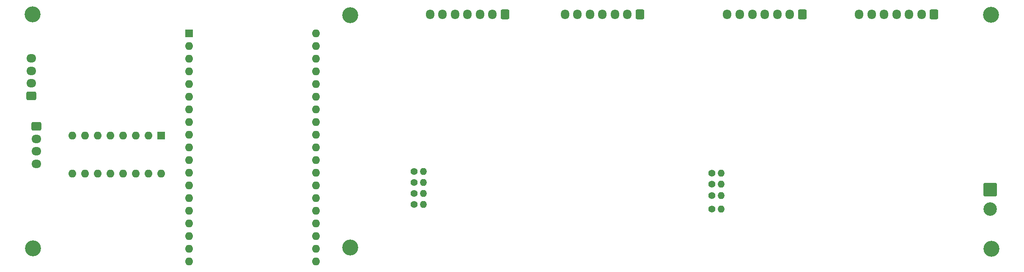
<source format=gbr>
%TF.GenerationSoftware,KiCad,Pcbnew,8.0.4*%
%TF.CreationDate,2024-09-13T16:29:25+09:00*%
%TF.ProjectId,LTC6811_ESP32_Master_V5,4c544336-3831-4315-9f45-535033325f4d,rev?*%
%TF.SameCoordinates,Original*%
%TF.FileFunction,Soldermask,Bot*%
%TF.FilePolarity,Negative*%
%FSLAX46Y46*%
G04 Gerber Fmt 4.6, Leading zero omitted, Abs format (unit mm)*
G04 Created by KiCad (PCBNEW 8.0.4) date 2024-09-13 16:29:25*
%MOMM*%
%LPD*%
G01*
G04 APERTURE LIST*
G04 Aperture macros list*
%AMRoundRect*
0 Rectangle with rounded corners*
0 $1 Rounding radius*
0 $2 $3 $4 $5 $6 $7 $8 $9 X,Y pos of 4 corners*
0 Add a 4 corners polygon primitive as box body*
4,1,4,$2,$3,$4,$5,$6,$7,$8,$9,$2,$3,0*
0 Add four circle primitives for the rounded corners*
1,1,$1+$1,$2,$3*
1,1,$1+$1,$4,$5*
1,1,$1+$1,$6,$7*
1,1,$1+$1,$8,$9*
0 Add four rect primitives between the rounded corners*
20,1,$1+$1,$2,$3,$4,$5,0*
20,1,$1+$1,$4,$5,$6,$7,0*
20,1,$1+$1,$6,$7,$8,$9,0*
20,1,$1+$1,$8,$9,$2,$3,0*%
G04 Aperture macros list end*
%ADD10R,1.600000X1.600000*%
%ADD11O,1.600000X1.600000*%
%ADD12C,1.400000*%
%ADD13O,1.400000X1.400000*%
%ADD14C,3.200000*%
%ADD15O,1.700000X1.950000*%
%ADD16RoundRect,0.250000X0.600000X0.725000X-0.600000X0.725000X-0.600000X-0.725000X0.600000X-0.725000X0*%
%ADD17RoundRect,0.250001X-1.099999X1.099999X-1.099999X-1.099999X1.099999X-1.099999X1.099999X1.099999X0*%
%ADD18C,2.700000*%
%ADD19RoundRect,0.250000X-0.725000X0.600000X-0.725000X-0.600000X0.725000X-0.600000X0.725000X0.600000X0*%
%ADD20O,1.950000X1.700000*%
%ADD21RoundRect,0.250000X0.725000X-0.600000X0.725000X0.600000X-0.725000X0.600000X-0.725000X-0.600000X0*%
G04 APERTURE END LIST*
D10*
%TO.C,U8*%
X70365000Y-122821928D03*
D11*
X70365000Y-125361928D03*
X70365000Y-127901928D03*
X70365000Y-130441928D03*
X70365000Y-132981928D03*
X70365000Y-135521928D03*
X70365000Y-138061928D03*
X70365000Y-140601928D03*
X70365000Y-143141928D03*
X70365000Y-145681928D03*
X70365000Y-148221928D03*
X70365000Y-150761928D03*
X70365000Y-153301928D03*
X70365000Y-155841928D03*
X70365000Y-158381928D03*
X70365000Y-160921928D03*
X70365000Y-163461928D03*
X70365000Y-166001928D03*
X70365000Y-168541928D03*
X95765000Y-168541928D03*
X95765000Y-166001928D03*
X95765000Y-163461928D03*
X95765000Y-160921928D03*
X95765000Y-158381928D03*
X95765000Y-155841928D03*
X95765000Y-153301928D03*
X95765000Y-150761928D03*
X95765000Y-148221928D03*
X95765000Y-145681928D03*
X95765000Y-143141928D03*
X95765000Y-140601928D03*
X95765000Y-138061928D03*
X95765000Y-135521928D03*
X95765000Y-132981928D03*
X95765000Y-130441928D03*
X95765000Y-127901928D03*
X95765000Y-125361928D03*
X95765000Y-122821928D03*
%TD*%
D12*
%TO.C,TH8*%
X174995000Y-155300000D03*
D13*
X176895000Y-155300000D03*
%TD*%
D14*
%TO.C,J19*%
X230900000Y-119100000D03*
%TD*%
D10*
%TO.C,SW1*%
X64800000Y-143332500D03*
D11*
X62260000Y-143332500D03*
X59720000Y-143332500D03*
X57180000Y-143332500D03*
X54640000Y-143332500D03*
X52100000Y-143332500D03*
X49560000Y-143332500D03*
X47020000Y-143332500D03*
X47020000Y-150952500D03*
X49560000Y-150952500D03*
X52100000Y-150952500D03*
X54640000Y-150952500D03*
X57180000Y-150952500D03*
X59720000Y-150952500D03*
X62260000Y-150952500D03*
X64800000Y-150952500D03*
%TD*%
D12*
%TO.C,TH3*%
X115395000Y-154900000D03*
D13*
X117295000Y-154900000D03*
%TD*%
D12*
%TO.C,TH9*%
X174995000Y-153000000D03*
D13*
X176895000Y-153000000D03*
%TD*%
D12*
%TO.C,TH7*%
X174995000Y-158000000D03*
D13*
X176895000Y-158000000D03*
%TD*%
D15*
%TO.C,J11*%
X118600000Y-119000000D03*
X121100000Y-119000000D03*
X123600000Y-119000000D03*
X126100000Y-119000000D03*
X128600000Y-119000000D03*
X131100000Y-119000000D03*
D16*
X133600000Y-119000000D03*
%TD*%
D12*
%TO.C,TH5*%
X115395000Y-150500000D03*
D13*
X117295000Y-150500000D03*
%TD*%
D14*
%TO.C,J21*%
X102600000Y-165700000D03*
%TD*%
D17*
%TO.C,J6*%
X230700000Y-154100000D03*
D18*
X230700000Y-158060000D03*
%TD*%
D14*
%TO.C,J4*%
X231000000Y-166000000D03*
%TD*%
D15*
%TO.C,J10*%
X145600000Y-119000000D03*
X148100000Y-119000000D03*
X150600000Y-119000000D03*
X153100000Y-119000000D03*
X155600000Y-119000000D03*
X158100000Y-119000000D03*
D16*
X160600000Y-119000000D03*
%TD*%
D14*
%TO.C,J3*%
X39000000Y-119000000D03*
%TD*%
D12*
%TO.C,TH4*%
X115395000Y-152700000D03*
D13*
X117295000Y-152700000D03*
%TD*%
D15*
%TO.C,J13*%
X178100000Y-119000000D03*
X180600000Y-119000000D03*
X183100000Y-119000000D03*
X185600000Y-119000000D03*
X188100000Y-119000000D03*
X190600000Y-119000000D03*
D16*
X193100000Y-119000000D03*
%TD*%
D14*
%TO.C,J18*%
X102600000Y-119200000D03*
%TD*%
D19*
%TO.C,J23*%
X39825000Y-141450000D03*
D20*
X39825000Y-143950000D03*
X39825000Y-146450000D03*
X39825000Y-148950000D03*
%TD*%
D15*
%TO.C,J12*%
X204500000Y-119000000D03*
X207000000Y-119000000D03*
X209500000Y-119000000D03*
X212000000Y-119000000D03*
X214500000Y-119000000D03*
X217000000Y-119000000D03*
D16*
X219500000Y-119000000D03*
%TD*%
D14*
%TO.C,J7*%
X39100000Y-165900000D03*
%TD*%
D12*
%TO.C,TH10*%
X174995000Y-150800000D03*
D13*
X176895000Y-150800000D03*
%TD*%
D21*
%TO.C,J5*%
X38800000Y-135300000D03*
D20*
X38800000Y-132800000D03*
X38800000Y-130300000D03*
X38800000Y-127800000D03*
%TD*%
D12*
%TO.C,TH2*%
X115395000Y-157100000D03*
D13*
X117295000Y-157100000D03*
%TD*%
M02*

</source>
